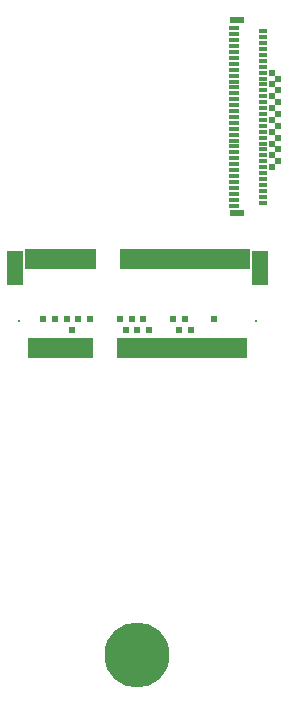
<source format=gts>
G04*
G04 #@! TF.GenerationSoftware,Altium Limited,Altium Designer,18.0.12 (696)*
G04*
G04 Layer_Color=8388736*
%FSLAX25Y25*%
%MOIN*%
G70*
G01*
G75*
%ADD16C,0.21666*%
%ADD17R,0.01981X0.06902*%
%ADD18R,0.05524X0.11627*%
%ADD19R,0.03635X0.01784*%
%ADD20R,0.03044X0.01784*%
%ADD21R,0.04540X0.02375*%
%ADD22C,0.00800*%
%ADD23C,0.02400*%
D16*
X148252Y115736D02*
D03*
D17*
X111835Y247724D02*
D03*
X112819Y218000D02*
D03*
X113803Y247724D02*
D03*
X114787Y218000D02*
D03*
X115772Y247724D02*
D03*
X116756Y218000D02*
D03*
X117740Y247724D02*
D03*
X118724Y218000D02*
D03*
X119709Y247724D02*
D03*
X120693Y218000D02*
D03*
X121677Y247724D02*
D03*
X122661Y218000D02*
D03*
X123646Y247724D02*
D03*
X124630Y218000D02*
D03*
X125614Y247724D02*
D03*
X126598Y218000D02*
D03*
X127583Y247724D02*
D03*
X128567Y218000D02*
D03*
X129551Y247724D02*
D03*
X130535Y218000D02*
D03*
X131520Y247724D02*
D03*
X132504Y218000D02*
D03*
X133488Y247724D02*
D03*
X142347Y218000D02*
D03*
X143331Y247724D02*
D03*
X144315Y218000D02*
D03*
X145299Y247724D02*
D03*
X146283Y218000D02*
D03*
X147268Y247724D02*
D03*
X148252Y218000D02*
D03*
X149236Y247724D02*
D03*
X150221Y218000D02*
D03*
X151205Y247724D02*
D03*
X152189Y218000D02*
D03*
X153173Y247724D02*
D03*
X154157Y218000D02*
D03*
X155142Y247724D02*
D03*
X156126Y218000D02*
D03*
X157110Y247724D02*
D03*
X158095Y218000D02*
D03*
X159079Y247724D02*
D03*
X160063Y218000D02*
D03*
X161047Y247724D02*
D03*
X162031Y218000D02*
D03*
X163016Y247724D02*
D03*
X164000Y218000D02*
D03*
X164984Y247724D02*
D03*
X165969Y218000D02*
D03*
X166953Y247724D02*
D03*
X167937Y218000D02*
D03*
X168921Y247724D02*
D03*
X169905Y218000D02*
D03*
X170890Y247724D02*
D03*
X171874Y218000D02*
D03*
X172858Y247724D02*
D03*
X173843Y218000D02*
D03*
X174827Y247724D02*
D03*
X175811Y218000D02*
D03*
X176795Y247724D02*
D03*
X177779Y218000D02*
D03*
X178764Y247724D02*
D03*
X179748Y218000D02*
D03*
X180732Y247724D02*
D03*
X181717Y218000D02*
D03*
X182701Y247724D02*
D03*
X183685Y218000D02*
D03*
X184669Y247724D02*
D03*
D18*
X189000Y244673D02*
D03*
X107504D02*
D03*
D19*
X180500Y265472D02*
D03*
Y267441D02*
D03*
Y269409D02*
D03*
Y271378D02*
D03*
Y273346D02*
D03*
Y275315D02*
D03*
Y277284D02*
D03*
Y279252D02*
D03*
Y281221D02*
D03*
Y283189D02*
D03*
Y285157D02*
D03*
Y287126D02*
D03*
Y289094D02*
D03*
Y291063D02*
D03*
Y293032D02*
D03*
Y295000D02*
D03*
Y296969D02*
D03*
Y298937D02*
D03*
Y300905D02*
D03*
Y302874D02*
D03*
Y304842D02*
D03*
Y306811D02*
D03*
Y308780D02*
D03*
Y310748D02*
D03*
Y312717D02*
D03*
Y314685D02*
D03*
Y316653D02*
D03*
Y318622D02*
D03*
Y320590D02*
D03*
Y322559D02*
D03*
Y324528D02*
D03*
D20*
X189969Y266457D02*
D03*
Y268425D02*
D03*
Y270394D02*
D03*
Y272362D02*
D03*
Y274331D02*
D03*
Y276299D02*
D03*
Y278268D02*
D03*
Y280236D02*
D03*
Y282205D02*
D03*
Y284173D02*
D03*
Y286142D02*
D03*
Y288110D02*
D03*
Y290079D02*
D03*
Y292047D02*
D03*
Y294016D02*
D03*
Y295984D02*
D03*
Y297953D02*
D03*
Y299921D02*
D03*
Y301890D02*
D03*
Y303858D02*
D03*
Y305827D02*
D03*
Y307795D02*
D03*
Y309764D02*
D03*
Y311732D02*
D03*
Y313701D02*
D03*
Y315669D02*
D03*
Y317638D02*
D03*
Y319606D02*
D03*
Y321575D02*
D03*
Y323543D02*
D03*
D21*
X181543Y262835D02*
D03*
Y327165D02*
D03*
D22*
X148252Y115736D02*
D03*
X108882Y226957D02*
D03*
X187622D02*
D03*
D23*
X165969Y224098D02*
D03*
X162031D02*
D03*
X152189D02*
D03*
X148252D02*
D03*
X144315D02*
D03*
X126598D02*
D03*
X173843Y227756D02*
D03*
X164000D02*
D03*
X160063D02*
D03*
X150221D02*
D03*
X146283D02*
D03*
X142347D02*
D03*
X132504D02*
D03*
X128500D02*
D03*
X124630D02*
D03*
X120693D02*
D03*
X116756D02*
D03*
X193264Y278268D02*
D03*
Y282205D02*
D03*
X195205Y280236D02*
D03*
X193264Y286142D02*
D03*
X195205Y284173D02*
D03*
X193264Y290079D02*
D03*
X195205Y288110D02*
D03*
X193264Y294016D02*
D03*
X195205Y292047D02*
D03*
X193264Y297953D02*
D03*
X195205Y295984D02*
D03*
X193264Y301890D02*
D03*
X195205Y299921D02*
D03*
X193264Y305827D02*
D03*
X195205Y303858D02*
D03*
Y307795D02*
D03*
X193264Y309764D02*
D03*
M02*

</source>
